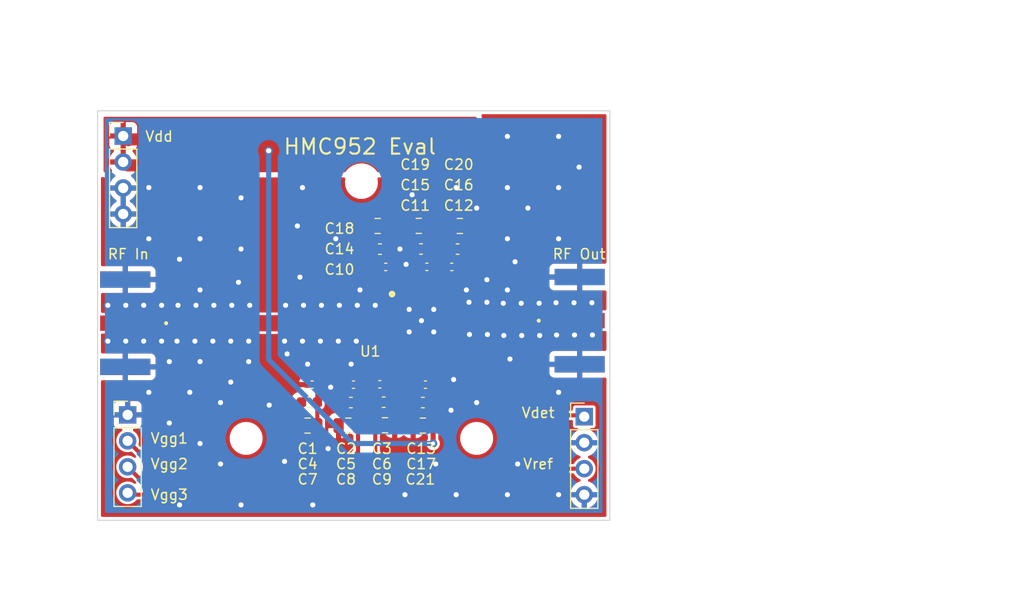
<source format=kicad_pcb>
(kicad_pcb (version 20211014) (generator pcbnew)
  (layers (0 "F.Cu" signal) (31 "B.Cu" signal) (34 "B.Paste" user) (35 "F.Paste" user) (36 "B.SilkS" user "B.Silkscreen") (37 "F.SilkS" user "F.Silkscreen") (38 "B.Mask" user) (39 "F.Mask" user) (44 "Edge.Cuts" user))
  (net 0 "")
  (net 1 "GND")
  (net 2 "/Vd_PA")
  (net 3 "/RF_out")
  (net 4 "/Vdet")
  (net 5 "/RF_In")
  (net 6 "/Vref")
  (net 7 "/Vg_PA1")
  (net 8 "/Vg_PA2")
  (net 9 "/Vg_PA3")
  (footprint "Capacitor_SMD:C_0603_1608Metric" (layer "F.Cu") (at 146.1375 86.01 180)
    (fp_text reference "C16" (at -0.1125 6.26) (layer "F.SilkS"))
    (fp_text value "10nF")
    (fp_line (start -0.14058 -0.51) (end 0.14058 -0.51) (layer "F.SilkS") (width 0.12))
    (fp_line (start -0.14058 0.51) (end 0.14058 0.51) (layer "F.SilkS") (width 0.12))
    (pad "1" smd roundrect (at -0.775 0 180) (size 0.9 0.95) (layers "F.Cu" "F.Paste" "F.Mask") (net 1 "GND"))
    (pad "2" smd roundrect (at 0.775 0 180) (size 0.9 0.95) (layers "F.Cu" "F.Paste" "F.Mask") (net 2 "/Vd_PA"))
  )
  (footprint "Capacitor_SMD:C_0402_1005Metric" (layer "F.Cu") (at 138.543 99.214 180)
    (fp_text reference "C3" (at -0.207 -6.286) (layer "F.SilkS"))
    (fp_text value "100pF")
    (fp_line (start -0.107836 -0.36) (end 0.107836 -0.36) (layer "F.SilkS") (width 0.12))
    (fp_line (start -0.107836 0.36) (end 0.107836 0.36) (layer "F.SilkS") (width 0.12))
    (pad "1" smd roundrect (at -0.48 0 180) (size 0.56 0.62) (layers "F.Cu" "F.Paste" "F.Mask") (net 1 "GND"))
    (pad "2" smd roundrect (at 0.48 0 180) (size 0.56 0.62) (layers "F.Cu" "F.Paste" "F.Mask") (net 9 "/Vg_PA3"))
  )
  (footprint "Capacitor_SMD:C_0805_2012Metric" (layer "F.Cu") (at 131.497 103.25)
    (fp_text reference "C7" (at 0.003 5.25) (layer "F.SilkS"))
    (fp_text value "4.7uF")
    (fp_line (start -0.261252 -0.735) (end 0.261252 -0.735) (layer "F.SilkS") (width 0.12))
    (fp_line (start -0.261252 0.735) (end 0.261252 0.735) (layer "F.SilkS") (width 0.12))
    (pad "1" smd roundrect (at -0.95 0) (size 1 1.45) (layers "F.Cu" "F.Paste" "F.Mask") (net 1 "GND"))
    (pad "2" smd roundrect (at 0.95 0) (size 1 1.45) (layers "F.Cu" "F.Paste" "F.Mask") (net 7 "/Vg_PA1"))
  )
  (footprint "Capacitor_SMD:C_0402_1005Metric" (layer "F.Cu") (at 131.939 99.25)
    (fp_text reference "C1" (at -0.439 6.25) (layer "F.SilkS"))
    (fp_text value "100pF")
    (fp_line (start -0.107836 0.36) (end 0.107836 0.36) (layer "F.SilkS") (width 0.12))
    (fp_line (start -0.107836 -0.36) (end 0.107836 -0.36) (layer "F.SilkS") (width 0.12))
    (pad "1" smd roundrect (at -0.48 0) (size 0.56 0.62) (layers "F.Cu" "F.Paste" "F.Mask") (net 1 "GND"))
    (pad "2" smd roundrect (at 0.48 0) (size 0.56 0.62) (layers "F.Cu" "F.Paste" "F.Mask") (net 7 "/Vg_PA1"))
  )
  (footprint "MountingHole:MountingHole_2.7mm_M2.5_ISO14580" (layer "F.Cu") (at 136.75 79.5)
    (fp_text reference "SCRW1" hide)
    (fp_text value "MountingHole_Pad")
    (pad "" np_thru_hole circle (at 0 0) (size 2.7 2.7) (drill 2.7) (layers *.Cu *.Mask))
  )
  (footprint "Capacitor_SMD:C_0603_1608Metric" (layer "F.Cu") (at 135.725 101)
    (fp_text reference "C5" (at -0.482252 6) (layer "F.SilkS"))
    (fp_text value "10nF")
    (fp_line (start -0.14058 -0.51) (end 0.14058 -0.51) (layer "F.SilkS") (width 0.12))
    (fp_line (start -0.14058 0.51) (end 0.14058 0.51) (layer "F.SilkS") (width 0.12))
    (pad "1" smd roundrect (at -0.775 0) (size 0.9 0.95) (layers "F.Cu" "F.Paste" "F.Mask") (net 1 "GND"))
    (pad "2" smd roundrect (at 0.775 0) (size 0.9 0.95) (layers "F.Cu" "F.Paste" "F.Mask") (net 8 "/Vg_PA2"))
  )
  (footprint "Capacitor_SMD:C_0805_2012Metric" (layer "F.Cu") (at 138.3375 83.75)
    (fp_text reference "C18" (at -3.725 0.25) (layer "F.SilkS"))
    (fp_text value "4.7uF")
    (fp_line (start -0.261252 0.735) (end 0.261252 0.735) (layer "F.SilkS") (width 0.12))
    (fp_line (start -0.261252 -0.735) (end 0.261252 -0.735) (layer "F.SilkS") (width 0.12))
    (pad "1" smd roundrect (at -0.95 0) (size 1 1.45) (layers "F.Cu" "F.Paste" "F.Mask") (net 1 "GND"))
    (pad "2" smd roundrect (at 0.95 0) (size 1 1.45) (layers "F.Cu" "F.Paste" "F.Mask") (net 2 "/Vd_PA"))
  )
  (footprint "MountingHole:MountingHole_2.7mm_M2.5_ISO14580" (layer "F.Cu") (at 125.5 104.5)
    (fp_text reference "SCRW2" hide)
    (fp_text value "MountingHole_Pad")
    (pad "" np_thru_hole circle (at 0 0) (size 2.7 2.7) (drill 2.7) (layers *.Cu *.Mask))
  )
  (footprint "GGS_Connectors:LINX_CONSMA020.062-G" (layer "F.Cu") (at 160.5 93 90)
    (fp_text reference "J2" hide)
    (fp_text value "SMA")
    (fp_circle (center 0 -6.44) (end 0.1 -6.44) (layer "F.SilkS") (width 0.2) (fill none))
    (pad "1" smd rect (at 0 -2.8 90) (size 1.5 5.6) (layers "F.Cu" "F.Paste" "F.Mask") (net 3 "/RF_out"))
    (pad "S1" smd rect (at -4.26 -2.45 90) (size 1.6 4.9) (layers "F.Cu" "F.Paste" "F.Mask") (net 1 "GND"))
    (pad "S2" smd rect (at 4.26 -2.45 90) (size 1.6 4.9) (layers "F.Cu" "F.Paste" "F.Mask") (net 1 "GND"))
    (pad "S3" smd rect (at -4.26 -2.45 90) (size 1.6 4.9) (layers "B.Cu" "B.Paste" "B.Mask") (net 1 "GND"))
    (pad "S4" smd rect (at 4.26 -2.45 90) (size 1.6 4.9) (layers "B.Cu" "B.Paste" "B.Mask") (net 1 "GND"))
  )
  (footprint "Capacitor_SMD:C_0402_1005Metric" (layer "F.Cu") (at 139.1275 87.75)
    (fp_text reference "C10" (at -4.515 0.25) (layer "F.SilkS"))
    (fp_text value "100pF")
    (fp_line (start -0.107836 -0.36) (end 0.107836 -0.36) (layer "F.SilkS") (width 0.12))
    (fp_line (start -0.107836 0.36) (end 0.107836 0.36) (layer "F.SilkS") (width 0.12))
    (pad "1" smd roundrect (at -0.48 0) (size 0.56 0.62) (layers "F.Cu" "F.Paste" "F.Mask") (net 1 "GND"))
    (pad "2" smd roundrect (at 0.48 0) (size 0.56 0.62) (layers "F.Cu" "F.Paste" "F.Mask") (net 2 "/Vd_PA"))
  )
  (footprint "Connector_PinHeader_2.54mm:PinHeader_1x04_P2.54mm_Vertical" (layer "F.Cu") (at 113.5 74.96)
    (fp_text reference "J3" hide)
    (fp_text value "Conn_01x04")
    (fp_line (start -1.33 -1.33) (end 0 -1.33) (layer "F.SilkS") (width 0.12))
    (fp_line (start -1.33 1.27) (end 1.33 1.27) (layer "F.SilkS") (width 0.12))
    (fp_line (start -1.33 0) (end -1.33 -1.33) (layer "F.SilkS") (width 0.12))
    (fp_line (start 1.33 1.27) (end 1.33 8.95) (layer "F.SilkS") (width 0.12))
    (fp_line (start -1.33 8.95) (end 1.33 8.95) (layer "F.SilkS") (width 0.12))
    (fp_line (start -1.33 1.27) (end -1.33 8.95) (layer "F.SilkS") (width 0.12))
    (pad "1" thru_hole rect (at 0 0) (size 1.7 1.7) (drill 1) (layers *.Cu *.Mask) (net 2 "/Vd_PA"))
    (pad "2" thru_hole oval (at 0 2.54) (size 1.7 1.7) (drill 1) (layers *.Cu *.Mask) (net 2 "/Vd_PA"))
    (pad "3" thru_hole oval (at 0 5.08) (size 1.7 1.7) (drill 1) (layers *.Cu *.Mask) (net 1 "GND"))
    (pad "4" thru_hole oval (at 0 7.62) (size 1.7 1.7) (drill 1) (layers *.Cu *.Mask) (net 1 "GND"))
  )
  (footprint "GGS_Connectors:LINX_CONSMA020.062-G" (layer "F.Cu") (at 111.25 93.25 -90)
    (fp_text reference "J1" hide)
    (fp_text value "SMA")
    (fp_circle (center 0 -6.44) (end 0.1 -6.44) (layer "F.SilkS") (width 0.2) (fill none))
    (pad "1" smd rect (at 0 -2.8 270) (size 1.5 5.6) (layers "F.Cu" "F.Paste" "F.Mask") (net 5 "/RF_In"))
    (pad "S1" smd rect (at -4.26 -2.45 270) (size 1.6 4.9) (layers "F.Cu" "F.Paste" "F.Mask") (net 1 "GND"))
    (pad "S2" smd rect (at 4.26 -2.45 270) (size 1.6 4.9) (layers "F.Cu" "F.Paste" "F.Mask") (net 1 "GND"))
    (pad "S3" smd rect (at -4.26 -2.45 270) (size 1.6 4.9) (layers "B.Cu" "B.Paste" "B.Mask") (net 1 "GND"))
    (pad "S4" smd rect (at 4.26 -2.45 270) (size 1.6 4.9) (layers "B.Cu" "B.Paste" "B.Mask") (net 1 "GND"))
  )
  (footprint "Connector_PinHeader_2.54mm:PinHeader_1x04_P2.54mm_Vertical" (layer "F.Cu") (at 113.9325 102.2)
    (fp_text reference "J4" hide)
    (fp_text value "Conn_01x04")
    (fp_line (start -1.33 0) (end -1.33 -1.33) (layer "F.SilkS") (width 0.12))
    (fp_line (start 1.33 1.27) (end 1.33 8.95) (layer "F.SilkS") (width 0.12))
    (fp_line (start -1.33 -1.33) (end 0 -1.33) (layer "F.SilkS") (width 0.12))
    (fp_line (start -1.33 8.95) (end 1.33 8.95) (layer "F.SilkS") (width 0.12))
    (fp_line (start -1.33 1.27) (end 1.33 1.27) (layer "F.SilkS") (width 0.12))
    (fp_line (start -1.33 1.27) (end -1.33 8.95) (layer "F.SilkS") (width 0.12))
    (pad "1" thru_hole rect (at 0 0) (size 1.7 1.7) (drill 1) (layers *.Cu *.Mask) (net 1 "GND"))
    (pad "2" thru_hole oval (at 0 2.54) (size 1.7 1.7) (drill 1) (layers *.Cu *.Mask) (net 7 "/Vg_PA1"))
    (pad "3" thru_hole oval (at 0 5.08) (size 1.7 1.7) (drill 1) (layers *.Cu *.Mask) (net 8 "/Vg_PA2"))
    (pad "4" thru_hole oval (at 0 7.62) (size 1.7 1.7) (drill 1) (layers *.Cu *.Mask) (net 9 "/Vg_PA3"))
  )
  (footprint "Capacitor_SMD:C_0805_2012Metric" (layer "F.Cu") (at 142.3475 83.74)
    (fp_text reference "C19" (at -0.3475 -5.99) (layer "F.SilkS"))
    (fp_text value "4.7uF")
    (fp_line (start -0.261252 -0.735) (end 0.261252 -0.735) (layer "F.SilkS") (width 0.12))
    (fp_line (start -0.261252 0.735) (end 0.261252 0.735) (layer "F.SilkS") (width 0.12))
    (pad "1" smd roundrect (at -0.95 0) (size 1 1.45) (layers "F.Cu" "F.Paste" "F.Mask") (net 1 "GND"))
    (pad "2" smd roundrect (at 0.95 0) (size 1 1.45) (layers "F.Cu" "F.Paste" "F.Mask") (net 2 "/Vd_PA"))
  )
  (footprint "Capacitor_SMD:C_0402_1005Metric" (layer "F.Cu") (at 143.1375 87.74)
    (fp_text reference "C11" (at -1.1375 -5.99) (layer "F.SilkS"))
    (fp_text value "100pF")
    (fp_line (start -0.107836 -0.36) (end 0.107836 -0.36) (layer "F.SilkS") (width 0.12))
    (fp_line (start -0.107836 0.36) (end 0.107836 0.36) (layer "F.SilkS") (width 0.12))
    (pad "1" smd roundrect (at -0.48 0) (size 0.56 0.62) (layers "F.Cu" "F.Paste" "F.Mask") (net 1 "GND"))
    (pad "2" smd roundrect (at 0.48 0) (size 0.56 0.62) (layers "F.Cu" "F.Paste" "F.Mask") (net 2 "/Vd_PA"))
  )
  (footprint "Capacitor_SMD:C_0805_2012Metric" (layer "F.Cu") (at 142.75 103.25)
    (fp_text reference "C21" (at -0.25 5.25) (layer "F.SilkS"))
    (fp_text value "4.7uF")
    (fp_line (start -0.261252 0.735) (end 0.261252 0.735) (layer "F.SilkS") (width 0.12))
    (fp_line (start -0.261252 -0.735) (end 0.261252 -0.735) (layer "F.SilkS") (width 0.12))
    (pad "1" smd roundrect (at -0.95 0) (size 1 1.45) (layers "F.Cu" "F.Paste" "F.Mask") (net 1 "GND"))
    (pad "2" smd roundrect (at 0.95 0) (size 1 1.45) (layers "F.Cu" "F.Paste" "F.Mask") (net 2 "/Vd_PA"))
  )
  (footprint "MountingHole:MountingHole_2.7mm_M2.5_ISO14580" (layer "F.Cu") (at 148 104.5)
    (fp_text reference "SCRW3" hide)
    (fp_text value "MountingHole_Pad")
    (pad "" np_thru_hole circle (at 0 0) (size 2.7 2.7) (drill 2.7) (layers *.Cu *.Mask))
  )
  (footprint "Capacitor_SMD:C_0603_1608Metric" (layer "F.Cu") (at 131.685 100.964)
    (fp_text reference "C4" (at -0.185 6.036) (layer "F.SilkS"))
    (fp_text value "10nF")
    (fp_line (start -0.14058 -0.51) (end 0.14058 -0.51) (layer "F.SilkS") (width 0.12))
    (fp_line (start -0.14058 0.51) (end 0.14058 0.51) (layer "F.SilkS") (width 0.12))
    (pad "1" smd roundrect (at -0.775 0) (size 0.9 0.95) (layers "F.Cu" "F.Paste" "F.Mask") (net 1 "GND"))
    (pad "2" smd roundrect (at 0.775 0) (size 0.9 0.95) (layers "F.Cu" "F.Paste" "F.Mask") (net 7 "/Vg_PA1"))
  )
  (footprint "Connector_PinHeader_2.54mm:PinHeader_1x04_P2.54mm_Vertical" (layer "F.Cu") (at 158.5 102.38)
    (fp_text reference "J5" hide)
    (fp_text value "Conn_01x04")
    (fp_line (start -1.33 8.95) (end 1.33 8.95) (layer "F.SilkS") (width 0.12))
    (fp_line (start -1.33 0) (end -1.33 -1.33) (layer "F.SilkS") (width 0.12))
    (fp_line (start -1.33 -1.33) (end 0 -1.33) (layer "F.SilkS") (width 0.12))
    (fp_line (start -1.33 1.27) (end 1.33 1.27) (layer "F.SilkS") (width 0.12))
    (fp_line (start -1.33 1.27) (end -1.33 8.95) (layer "F.SilkS") (width 0.12))
    (fp_line (start 1.33 1.27) (end 1.33 8.95) (layer "F.SilkS") (width 0.12))
    (pad "1" thru_hole rect (at 0 0) (size 1.7 1.7) (drill 1) (layers *.Cu *.Mask) (net 4 "/Vdet"))
    (pad "2" thru_hole oval (at 0 2.54) (size 1.7 1.7) (drill 1) (layers *.Cu *.Mask) (net 1 "GND"))
    (pad "3" thru_hole oval (at 0 5.08) (size 1.7 1.7) (drill 1) (layers *.Cu *.Mask) (net 6 "/Vref"))
    (pad "4" thru_hole oval (at 0 7.62) (size 1.7 1.7) (drill 1) (layers *.Cu *.Mask) (net 1 "GND"))
  )
  (footprint "Capacitor_SMD:C_0603_1608Metric" (layer "F.Cu") (at 142.5675 86)
    (fp_text reference "C15" (at -0.5675 -6.25) (layer "F.SilkS"))
    (fp_text value "10nF")
    (fp_line (start -0.14058 -0.51) (end 0.14058 -0.51) (layer "F.SilkS") (width 0.12))
    (fp_line (start -0.14058 0.51) (end 0.14058 0.51) (layer "F.SilkS") (width 0.12))
    (pad "1" smd roundrect (at -0.775 0) (size 0.9 0.95) (layers "F.Cu" "F.Paste" "F.Mask") (net 1 "GND"))
    (pad "2" smd roundrect (at 0.775 0) (size 0.9 0.95) (layers "F.Cu" "F.Paste" "F.Mask") (net 2 "/Vd_PA"))
  )
  (footprint "Capacitor_SMD:C_0805_2012Metric" (layer "F.Cu") (at 146.3575 83.75 180)
    (fp_text reference "C20" (at 0.1075 6) (layer "F.SilkS"))
    (fp_text value "4.7uF")
    (fp_line (start -0.261252 -0.735) (end 0.261252 -0.735) (layer "F.SilkS") (width 0.12))
    (fp_line (start -0.261252 0.735) (end 0.261252 0.735) (layer "F.SilkS") (width 0.12))
    (pad "1" smd roundrect (at -0.95 0 180) (size 1 1.45) (layers "F.Cu" "F.Paste" "F.Mask") (net 1 "GND"))
    (pad "2" smd roundrect (at 0.95 0 180) (size 1 1.45) (layers "F.Cu" "F.Paste" "F.Mask") (net 2 "/Vd_PA"))
  )
  (footprint "SamacSys_Footprints:QFN65P500X500X100-25N-D" (layer "F.Cu") (at 142.6125 93)
    (fp_text reference "U1" (at -5 3) (layer "F.SilkS"))
    (fp_text value "HMC952ALP5GE" hide)
    (fp_circle (center -2.8745 -2.6) (end -2.8745 -2.4375) (layer "F.SilkS") (width 0.325) (fill none))
    (pad "1" smd rect locked (at -2.45 -1.625 90) (size 0.35 0.85) (layers "F.Cu" "F.Paste" "F.Mask") (net 1 "GND"))
    (pad "2" smd rect locked (at -2.45 -0.975 90) (size 0.35 0.85) (layers "F.Cu" "F.Paste" "F.Mask") (net 1 "GND"))
    (pad "3" smd rect locked (at -2.45 -0.325 90) (size 0.35 0.85) (layers "F.Cu" "F.Paste" "F.Mask") (net 1 "GND"))
    (pad "4" smd rect locked (at -2.45 0.325 90) (size 0.35 0.85) (layers "F.Cu" "F.Paste" "F.Mask") (net 5 "/RF_In"))
    (pad "5" smd rect locked (at -2.45 0.975 90) (size 0.35 0.85) (layers "F.Cu" "F.Paste" "F.Mask") (net 1 "GND"))
    (pad "6" smd rect locked (at -2.45 1.625 90) (size 0.35 0.85) (layers "F.Cu" "F.Paste" "F.Mask") (net 7 "/Vg_PA1"))
    (pad "7" smd rect locked (at -1.625 2.45) (size 0.35 0.85) (layers "F.Cu" "F.Paste" "F.Mask") (net 8 "/Vg_PA2"))
    (pad "8" smd rect locked (at -0.975 2.45) (size 0.35 0.85) (layers "F.Cu" "F.Paste" "F.Mask") (net 9 "/Vg_PA3"))
    (pad "9" smd rect locked (at -0.325 2.45) (size 0.35 0.85) (layers "F.Cu" "F.Paste" "F.Mask") (net 1 "GND"))
    (pad "10" smd rect locked (at 0.325 2.45) (size 0.35 0.85) (layers "F.Cu" "F.Paste" "F.Mask") (net 1 "GND"))
    (pad "11" smd rect locked (at 0.975 2.45) (size 0.35 0.85) (layers "F.Cu" "F.Paste" "F.Mask") (net 2 "/Vd_PA"))
    (pad "12" smd rect locked (at 1.625 2.45) (size 0.35 0.85) (layers "F.Cu" "F.Paste" "F.Mask") (net 6 "/Vref"))
    (pad "13" smd rect locked (at 2.45 1.625 90) (size 0.35 0.85) (layers "F.Cu" "F.Paste" "F.Mask") (net 4 "/Vdet"))
    (pad "14" smd rect locked (at 2.45 0.975 90) (size 0.35 0.85) (layers "F.Cu" "F.Paste" "F.Mask") (net 1 "GND"))
    (pad "15" smd rect locked (at 2.45 0.325 90) (size 0.35 0.85) (layers "F.Cu" "F.Paste" "F.Mask") (net 1 "GND"))
    (pad "16" smd rect locked (at 2.45 -0.325 90) (size 0.35 0.85) (layers "F.Cu" "F.Paste" "F.Mask") (net 3 "/RF_out"))
    (pad "17" smd rect locked (at 2.45 -0.975 90) (size 0.35 0.85) (layers "F.Cu" "F.Paste" "F.Mask") (net 1 "GND"))
    (pad "18" smd rect locked (at 2.45 -1.625 90) (size 0.35 0.85) (layers "F.Cu" "F.Paste" "F.Mask") (net 1 "GND"))
    (pad "19" smd rect locked (at 1.625 -2.45) (size 0.35 0.85) (layers "F.Cu" "F.Paste" "F.Mask") (net 1 "GND"))
    (pad "20" smd rect locked (at 0.975 -2.45) (size 0.35 0.85) (layers "F.Cu" "F.Paste" "F.Mask") (net 2 "/Vd_PA"))
    (pad "21" smd rect locked (at 0.325 -2.45) (size 0.35 0.85) (layers "F.Cu" "F.Paste" "F.Mask") (net 2 "/Vd_PA"))
    (pad "22" smd rect locked (at -0.325 -2.45) (size 0.35 0.85) (layers "F.Cu" "F.Paste" "F.Mask") (net 2 "/Vd_PA"))
    (pad "23" smd rect locked (at -0.975 -2.45) (size 0.35 0.85) (layers "F.Cu" "F.Paste" "F.Mask") (net 1 "GND"))
    (pad "24" smd rect locked (at -1.625 -2.45) (size 0.35 0.85) (layers "F.Cu" "F.Paste" "F.Mask") (net 1 "GND"))
    (pad "25" smd rect locked (at 0 0) (size 3.25 3.25) (layers "F.Cu" "F.Paste" "F.Mask") (net 1 "GND"))
  )
  (footprint "Capacitor_SMD:C_0603_1608Metric" (layer "F.Cu") (at 138.924 100.964 180)
    (fp_text reference "C6" (at 0.174 -6.036) (layer "F.SilkS"))
    (fp_text value "10nF")
    (fp_line (start -0.14058 0.51) (end 0.14058 0.51) (layer "F.SilkS") (width 0.12))
    (fp_line (start -0.14058 -0.51) (end 0.14058 -0.51) (layer "F.SilkS") (width 0.12))
    (pad "1" smd roundrect (at -0.775 0 180) (size 0.9 0.95) (layers "F.Cu" "F.Paste" "F.Mask") (net 1 "GND"))
    (pad "2" smd roundrect (at 0.775 0 180) (size 0.9 0.95) (layers "F.Cu" "F.Paste" "F.Mask") (net 9 "/Vg_PA3"))
  )
  (footprint "Capacitor_SMD:C_0805_2012Metric" (layer "F.Cu") (at 135.475 103.25)
    (fp_text reference "C8" (at -0.232252 5.25) (layer "F.SilkS"))
    (fp_text value "4.7uF")
    (fp_line (start -0.261252 0.735) (end 0.261252 0.735) (layer "F.SilkS") (width 0.12))
    (fp_line (start -0.261252 -0.735) (end 0.261252 -0.735) (layer "F.SilkS") (width 0.12))
    (pad "1" smd roundrect (at -0.95 0) (size 1 1.45) (layers "F.Cu" "F.Paste" "F.Mask") (net 1 "GND"))
    (pad "2" smd roundrect (at 0.95 0) (size 1 1.45) (layers "F.Cu" "F.Paste" "F.Mask") (net 8 "/Vg_PA2"))
  )
  (footprint "Capacitor_SMD:C_0402_1005Metric" (layer "F.Cu") (at 135.975 99.25)
    (fp_text reference "C2" (at -0.725 6.25) (layer "F.SilkS"))
    (fp_text value "100pF")
    (fp_line (start -0.107836 -0.36) (end 0.107836 -0.36) (layer "F.SilkS") (width 0.12))
    (fp_line (start -0.107836 0.36) (end 0.107836 0.36) (layer "F.SilkS") (width 0.12))
    (pad "1" smd roundrect (at -0.48 0) (size 0.56 0.62) (layers "F.Cu" "F.Paste" "F.Mask") (net 1 "GND"))
    (pad "2" smd roundrect (at 0.48 0) (size 0.56 0.62) (layers "F.Cu" "F.Paste" "F.Mask") (net 8 "/Vg_PA2"))
  )
  (footprint "Capacitor_SMD:C_0402_1005Metric" (layer "F.Cu") (at 143 99.25)
    (fp_text reference "C13" (at -0.422 6.25) (layer "F.SilkS"))
    (fp_text value "100pF")
    (fp_line (start -0.107836 0.36) (end 0.107836 0.36) (layer "F.SilkS") (width 0.12))
    (fp_line (start -0.107836 -0.36) (end 0.107836 -0.36) (layer "F.SilkS") (width 0.12))
    (pad "1" smd roundrect (at -0.48 0) (size 0.56 0.62) (layers "F.Cu" "F.Paste" "F.Mask") (net 1 "GND"))
    (pad "2" smd roundrect (at 0.48 0) (size 0.56 0.62) (layers "F.Cu" "F.Paste" "F.Mask") (net 2 "/Vd_PA"))
  )
  (footprint "Capacitor_SMD:C_0402_1005Metric" (layer "F.Cu") (at 145.5675 87.75 180)
    (fp_text reference "C12" (at -0.6825 6) (layer "F.SilkS"))
    (fp_text value "100pF")
    (fp_line (start -0.107836 -0.36) (end 0.107836 -0.36) (layer "F.SilkS") (width 0.12))
    (fp_line (start -0.107836 0.36) (end 0.107836 0.36) (layer "F.SilkS") (width 0.12))
    (pad "1" smd roundrect (at -0.48 0 180) (size 0.56 0.62) (layers "F.Cu" "F.Paste" "F.Mask") (net 1 "GND"))
    (pad "2" smd roundrect (at 0.48 0 180) (size 0.56 0.62) (layers "F.Cu" "F.Paste" "F.Mask") (net 2 "/Vd_PA"))
  )
  (footprint "Capacitor_SMD:C_0603_1608Metric" (layer "F.Cu") (at 142.75 101)
    (fp_text reference "C17" (at -0.172 6) (layer "F.SilkS"))
    (fp_text value "10nF")
    (fp_line (start -0.14058 0.51) (end 0.14058 0.51) (layer "F.SilkS") (width 0.12))
    (fp_line (start -0.14058 -0.51) (end 0.14058 -0.51) (layer "F.SilkS") (width 0.12))
    (pad "1" smd roundrect (at -0.775 0) (size 0.9 0.95) (layers "F.Cu" "F.Paste" "F.Mask") (net 1 "GND"))
    (pad "2" smd roundrect (at 0.775 0) (size 0.9 0.95) (layers "F.Cu" "F.Paste" "F.Mask") (net 2 "/Vd_PA"))
  )
  (footprint "Capacitor_SMD:C_0603_1608Metric" (layer "F.Cu") (at 138.5575 86.01)
    (fp_text reference "C14" (at -3.945 -0.01) (layer "F.SilkS"))
    (fp_text value "10nF")
    (fp_line (start -0.14058 0.51) (end 0.14058 0.51) (layer "F.SilkS") (width 0.12))
    (fp_line (start -0.14058 -0.51) (end 0.14058 -0.51) (layer "F.SilkS") (width 0.12))
    (pad "1" smd roundrect (at -0.775 0) (size 0.9 0.95) (layers "F.Cu" "F.Paste" "F.Mask") (net 1 "GND"))
    (pad "2" smd roundrect (at 0.775 0) (size 0.9 0.95) (layers "F.Cu" "F.Paste" "F.Mask") (net 2 "/Vd_PA"))
  )
  (footprint "Capacitor_SMD:C_0805_2012Metric" (layer "F.Cu") (at 139.051 103.214 180)
    (fp_text reference "C9" (at 0.301 -5.286) (layer "F.SilkS"))
    (fp_text value "4.7uF")
    (fp_line (start -0.261252 0.735) (end 0.261252 0.735) (layer "F.SilkS") (width 0.12))
    (fp_line (start -0.261252 -0.735) (end 0.261252 -0.735) (layer "F.SilkS") (width 0.12))
    (pad "1" smd roundrect (at -0.95 0 180) (size 1 1.45) (layers "F.Cu" "F.Paste" "F.Mask") (net 1 "GND"))
    (pad "2" smd roundrect (at 0.95 0 180) (size 1 1.45) (layers "F.Cu" "F.Paste" "F.Mask") (net 9 "/Vg_PA3"))
  )
  (gr_rect (start 111 112.5) (end 161 72.5) (layer "Edge.Cuts") (width 0.1) (fill none))
  (gr_text "RF In" (at 114 86.5) (layer "F.SilkS") (effects (font (size 1 1))))
  (gr_text "HMC952 Eval" (at 136.6 76) (layer "F.SilkS") (effects (font (size 1.5 1.5) (thickness 0.2))))
  (gr_text "Vgg2" (at 118 107) (layer "F.SilkS") (effects (font (size 1 1))))
  (gr_text "Vdd" (at 117 75) (layer "F.SilkS") (effects (font (size 1 1))))
  (gr_text "Vgg1" (at 118 104.5) (layer "F.SilkS") (effects (font (size 1 1))))
  (gr_text "Vref" (at 154 107) (layer "F.SilkS") (effects (font (size 1 1))))
  (gr_text "Vgg3" (at 118 110) (layer "F.SilkS") (effects (font (size 1 1))))
  (gr_text "RF Out" (at 158 86.5) (layer "F.SilkS") (effects (font (size 1 1))))
  (gr_text "Vdet" (at 154 102) (layer "F.SilkS") (effects (font (size 1 1))))
  (segment (start 143.5875 93.975) (end 142.6125 93) (width 0.25) (layer "F.Cu") (net 1))
  (segment (start 145.0625 92.025) (end 143.5875 92.025) (width 0.25) (layer "F.Cu") (net 1))
  (segment (start 143.5875 92.025) (end 142.6125 93) (width 0.25) (layer "F.Cu") (net 1))
  (segment (start 142.2875 92.675) (end 142.6125 93) (width 0.25) (layer "F.Cu") (net 1))
  (segment (start 141.6375 92.025) (end 142.6125 93) (width 0.25) (layer "F.Cu") (net 1))
  (segment (start 142.2875 95.45) (end 142.2875 93.325) (width 0.25) (layer "F.Cu") (net 1))
  (segment (start 140.1625 92.025) (end 141.6375 92.025) (width 0.25) (layer "F.Cu") (net 1))
  (segment (start 140.1625 91.375) (end 140.9875 91.375) (width 0.25) (layer "F.Cu") (net 1))
  (segment (start 140.1625 92.675) (end 142.2875 92.675) (width 0.25) (layer "F.Cu") (net 1))
  (segment (start 141.6375 93.975) (end 142.6125 93) (width 0.25) (layer "F.Cu") (net 1))
  (segment (start 140.9875 91.375) (end 142.6125 93) (width 0.25) (layer "F.Cu") (net 1))
  (segment (start 142.9375 95.45) (end 142.9375 93.325) (width 0.25) (layer "F.Cu") (net 1))
  (segment (start 140.1625 93.975) (end 141.6375 93.975) (width 0.25) (layer "F.Cu") (net 1))
  (segment (start 141.6375 90.55) (end 141.6375 92.025) (width 0.25) (layer "F.Cu") (net 1))
  (segment (start 144.2375 90.55) (end 144.2375 91.375) (width 0.25) (layer "F.Cu") (net 1))
  (segment (start 145.0625 93.325) (end 142.9375 93.325) (width 0.25) (layer "F.Cu") (net 1))
  (segment (start 144.2375 91.375) (end 142.6125 93) (width 0.25) (layer "F.Cu") (net 1))
  (segment (start 142.2875 93.325) (end 142.6125 93) (width 0.25) (layer "F.Cu") (net 1))
  (segment (start 145.0625 93.975) (end 143.5875 93.975) (width 0.25) (layer "F.Cu") (net 1))
  (segment (start 142.9375 93.325) (end 142.6125 93) (width 0.25) (layer "F.Cu") (net 1))
  (segment (start 140.9875 90.55) (end 140.9875 91.375) (width 0.25) (layer "F.Cu") (net 1))
  (segment (start 145.0625 91.375) (end 144.2375 91.375) (width 0.25) (layer "F.Cu") (net 1))
  (via (at 151 80) (size 0.8) (drill 0.5) (layers "F.Cu" "B.Cu") (net 1))
  (via (at 130.5 83.75) (size 0.8) (drill 0.5) (layers "F.Cu" "B.Cu") (net 1))
  (via (at 131.1 91.5) (size 0.8) (drill 0.5) (layers "F.Cu" "B.Cu") (net 1))
  (via (at 117.25 95) (size 0.8) (drill 0.5) (layers "F.Cu" "B.Cu") (net 1))
  (via (at 116 80) (size 0.8) (drill 0.5) (layers "F.Cu" "B.Cu") (net 1))
  (via (at 120.5 95) (size 0.8) (drill 0.5) (layers "F.Cu" "B.Cu") (net 1))
  (via (at 121 85) (size 0.8) (drill 0.5) (layers "F.Cu" "B.Cu") (net 1))
  (via (at 123 107) (size 0.8) (drill 0.5) (layers "F.Cu" "B.Cu") (net 1))
  (via (at 132.85 91.5) (size 0.8) (drill 0.5) (layers "F.Cu" "B.Cu") (net 1))
  (via (at 142.6125 93) (size 0.8) (drill 0.5) (layers "F.Cu" "B.Cu") (net 1))
  (via (at 154.1 91.3) (size 0.8) (drill 0.5) (layers "F.Cu" "B.Cu") (net 1))
  (via (at 147 90) (size 0.8) (drill 0.5) (layers "F.Cu" "B.Cu") (net 1))
  (via (at 148 82) (size 0.8) (drill 0.5) (layers "F.Cu" "B.Cu") (net 1))
  (via (at 159.25 91.25) (size 0.8) (drill 0.5) (layers "F.Cu" "B.Cu") (net 1))
  (via (at 118 103) (size 0.8) (drill 0.5) (layers "F.Cu" "B.Cu") (net 1))
  (via (at 129.25 106.75) (size 0.8) (drill 0.5) (layers "F.Cu" "B.Cu") (net 1))
  (via (at 136.25 95) (size 0.8) (drill 0.5) (layers "F.Cu" "B.Cu") (net 1))
  (via (at 122.25 95) (size 0.8) (drill 0.5) (layers "F.Cu" "B.Cu") (net 1))
  (via (at 141 110) (size 0.8) (drill 0.5) (layers "F.Cu" "B.Cu") (net 1))
  (via (at 125 81) (size 0.8) (drill 0.5) (layers "F.Cu" "B.Cu") (net 1))
  (via (at 131 95) (size 0.8) (drill 0.5) (layers "F.Cu" "B.Cu") (net 1))
  (via (at 118 97) (size 0.8) (drill 0.5) (layers "F.Cu" "B.Cu") (net 1))
  (via (at 152.35 91.3) (size 0.8) (drill 0.5) (layers "F.Cu" "B.Cu") (net 1))
  (via (at 115.5 91.5) (size 0.8) (drill 0.5) (layers "F.Cu" "B.Cu") (net 1))
  (via (at 119 111) (size 0.8) (drill 0.5) (layers "F.Cu" "B.Cu") (net 1))
  (via (at 152 107) (size 0.8) (drill 0.5) (layers "F.Cu" "B.Cu") (net 1))
  (via (at 123 101) (size 0.8) (drill 0.5) (layers "F.Cu" "B.Cu") (net 1))
  (via (at 157.5 91.25) (size 0.8) (drill 0.5) (layers "F.Cu" "B.Cu") (net 1))
  (via (at 125.75 97) (size 0.8) (drill 0.5) (layers "F.Cu" "B.Cu") (net 1))
  (via (at 151 75) (size 0.8) (drill 0.5) (layers "F.Cu" "B.Cu") (net 1))
  (via (at 152.4 94.45) (size 0.8) (drill 0.5) (layers "F.Cu" "B.Cu") (net 1))
  (via (at 156 75) (size 0.8) (drill 0.5) (layers "F.Cu" "B.Cu") (net 1))
  (via (at 140.5125 86) (size 0.8) (drill 0.5) (layers "F.Cu" "B.Cu") (net 1))
  (via (at 121 105) (size 0.8) (drill 0.5) (layers "F.Cu" "B.Cu") (net 1))
  (via (at 141.4125 94.1) (size 0.8) (drill 0.5) (layers "F.Cu" "B.Cu") (net 1))
  (via (at 121 80) (size 0.8) (drill 0.5) (layers "F.Cu" "B.Cu") (net 1))
  (via (at 112 95) (size 0.8) (drill 0.5) (layers "F.Cu" "B.Cu") (net 1))
  (via (at 156 100) (size 0.8) (drill 0.5) (layers "F.Cu" "B.Cu") (net 1))
  (via (at 113.75 95) (size 0.8) (drill 0.5) (layers "F.Cu" "B.Cu") (net 1))
  (via (at 124 99) (size 0.8) (drill 0.5) (layers "F.Cu" "B.Cu") (net 1))
  (via (at 130.75 88.75) (size 0.8) (drill 0.5) (layers "F.Cu" "B.Cu") (net 1))
  (via (at 125.85 91.5) (size 0.8) (drill 0.5) (layers "F.Cu" "B.Cu") (net 1))
  (via (at 147.3 94.35) (size 0.8) (drill 0.5) (layers "F.Cu" "B.Cu") (net 1))
  (via (at 124.1 91.5) (size 0.8) (drill 0.5) (layers "F.Cu" "B.Cu") (net 1))
  (via (at 135.75 97.25) (size 0.8) (drill 0.5) (layers "F.Cu" "B.Cu") (net 1))
  (via (at 136.6125 90) (size 0.8) (drill 0.5) (layers "F.Cu" "B.Cu") (net 1))
  (via (at 151.75 87.25) (size 0.8) (drill 0.5) (layers "F.Cu" "B.Cu") (net 1))
  (via (at 149 89) (size 0.8) (drill 0.5) (layers "F.Cu" "B.Cu") (net 1))
  (via (at 120 100) (size 0.8) (drill 0.5) (layers "F.Cu" "B.Cu") (net 1))
  (via (at 150.65 94.45) (size 0.8) (drill 0.5) (layers "F.Cu" "B.Cu") (net 1))
  (via (at 132.75 95) (size 0.8) (drill 0.5) (layers "F.Cu" "B.Cu") (net 1))
  (via (at 143.8125 94.1) (size 0.8) (drill 0.5) (layers "F.Cu" "B.Cu") (net 1))
  (via (at 151 85) (size 0.8) (drill 0.5) (layers "F.Cu" "B.Cu") (net 1))
  (via (at 129.35 91.5) (size 0.8) (drill 0.5) (layers "F.Cu" "B.Cu") (net 1))
  (via (at 156 110) (size 0.8) (drill 0.5) (layers "F.Cu" "B.Cu") (net 1))
  (via (at 159.3 94.4) (size 0.8) (drill 0.5) (layers "F.Cu" "B.Cu") (net 1))
  (via (at 132 111) (size 0.8) (drill 0.5) (layers "F.Cu" "B.Cu") (net 1))
  (via (at 147.25 91.2) (size 0.8) (drill 0.5) (layers "F.Cu" "B.Cu") (net 1))
  (via (at 124 95) (size 0.8) (drill 0.5) (layers "F.Cu" "B.Cu") (net 1))
  (via (at 157.55 94.4) (size 0.8) (drill 0.5) (layers "F.Cu" "B.Cu") (net 1))
  (via (at 146 80) (size 0.8) (drill 0.5) (layers "F.Cu" "B.Cu") (net 1))
  (via (at 133.5 105.5) (size 0.8) (drill 0.5) (layers "F.Cu" "B.Cu") (net 1))
  (via (at 154.15 94.45) (size 0.8) (drill 0.5) (layers "F.Cu" "B.Cu") (net 1))
  (via (at 134.25 85) (size 0.8) (drill 0.5) (layers "F.Cu" "B.Cu") (net 1))
  (via (at 151.25 96.75) (size 0.8) (drill 0.5) (layers "F.Cu" "B.Cu") (net 1))
  (via (at 118.85 91.5) (size 0.8) (drill 0.5) (layers "F.Cu" "B.Cu") (net 1))
  (via (at 125 111) (size 0.8) (drill 0.5) (layers "F.Cu" "B.Cu") (net 1))
  (via (at 148 101) (size 0.8) (drill 0.5) (layers "F.Cu" "B.Cu") (net 1))
  (via (at 145.75 98.75) (size 0.8) (drill 0.5) (layers "F.Cu" "B.Cu") (net 1))
  (via (at 117.25 91.5) (size 0.8) (drill 0.5) (layers "F.Cu" "B.Cu") (net 1))
  (via (at 125 86) (size 0.8) (drill 0.5) (layers "F.Cu" "B.Cu") (net 1))
  (via (at 121 90) (size 0.8) (drill 0.5) (layers "F.Cu" "B.Cu") (net 1))
  (via (at 121 97) (size 0.8) (drill 0.5) (layers "F.Cu" "B.Cu") (net 1))
  (via (at 116 100) (size 0.8) (drill 0.5) (layers "F.Cu" "B.Cu") (net 1))
  (via (at 131 80) (size 0.8) (drill 0.5) (layers "F.Cu" "B.Cu") (net 1))
  (via (at 141.4125 91.9) (size 0.8) (drill 0.5) (layers "F.Cu" "B.Cu") (net 1))
  (via (at 143.8125 91.9) (size 0.8) (drill 0.5) (layers "F.Cu" "B.Cu") (net 1))
  (via (at 131.5 97.25) (size 0.8) (drill 0.5) (layers "F.Cu" "B.Cu") (net 1))
  (via (at 133.75 99.5) (size 0.8) (drill 0.5) (layers "F.Cu" "B.Cu") (net 1))
  (via (at 150.6 91.3) (size 0.8) (drill 0.5) (layers "F.Cu" "B.Cu") (net 1))
  (via (at 136.35 91.5) (size 0.8) (drill 0.5) (layers "F.Cu" "B.Cu") (net 1))
  (via (at 145.5 101.75) (size 0.8) (drill 0.5) (layers "F.Cu" "B.Cu") (net 1))
  (via (at 144 107) (size 0.8) (drill 0.5) (layers "F.Cu" "B.Cu") (net 1))
  (via (at 120.6 91.5) (size 0.8) (drill 0.5) (layers "F.Cu" "B.Cu") (net 1))
  (via (at 119 87) (size 0.8) (drill 0.5) (layers "F.Cu" "B.Cu") (net 1))
  (via (at 116 85) (size 0.8) (drill 0.5) (layers "F.Cu" "B.Cu") (net 1))
  (via (at 112 91.5) (size 0.8) (drill 0.5) (layers "F.Cu" "B.Cu") (net 1))
  (via (at 124.75 89.25) (size 0.8) (drill 0.5) (layers "F.Cu" "B.Cu") (net 1))
  (via (at 134.5 95) (size 0.8) (drill 0.5) (layers "F.Cu" "B.Cu") (net 1))
  (via (at 113.75 91.5) (size 0.8) (drill 0.5) (layers "F.Cu" "B.Cu") (net 1))
  (via (at 129.5 96.25) (size 0.8) (drill 0.5) (layers "F.Cu" "B.Cu") (net 1))
  (via (at 156 85) (size 0.8) (drill 0.5) (layers "F.Cu" "B.Cu") (net 1))
  (via (at 138.1 91.5) (size 0.8) (drill 0.5) (layers "F.Cu" "B.Cu") (net 1))
  (via (at 151 90) (size 0.8) (drill 0.5) (layers "F.Cu" "B.Cu") (net 1))
  (via (at 149.05 94.35) (size 0.8) (drill 0.5) (layers "F.Cu" "B.Cu") (net 1))
  (via (at 151 110) (size 0.8) (drill 0.5) (layers "F.Cu" "B.Cu") (net 1))
  (via (at 158 78) (size 0.8) (drill 0.5) (layers "F.Cu" "B.Cu") (net 1))
  (via (at 153 82) (size 0.8) (drill 0.5) (layers "F.Cu" "B.Cu") (net 1))
  (via (at 141.7 80.7) (size 0.8) (drill 0.5) (layers "F.Cu" "B.Cu") (net 1))
  (via (at 146 110) (size 0.8) (drill 0.5) (layers "F.Cu" "B.Cu") (net 1))
  (via (at 134.6 91.5) (size 0.8) (drill 0.5) (layers "F.Cu" "B.Cu") (net 1))
  (via (at 155.8 94.4) (size 0.8) (drill 0.5) (layers "F.Cu" "B.Cu") (net 1))
  (via (at 127.75 101.25) (size 0.8) (drill 0.5) (layers "F.Cu" "B.Cu") (net 1))
  (via (at 125.75 95) (size 0.8) (drill 0.5) (layers "F.Cu" "B.Cu") (net 1))
  (via (at 141.1125 87.5) (size 0.8) (drill 0.5) (layers "F.Cu" "B.Cu") (net 1))
  (via (at 155.75 91.25) (size 0.8) (drill 0.5) (layers "F.Cu" "B.Cu") (net 1))
  (via (at 115.5 95) (size 0.8) (drill 0.5) (layers "F.Cu" "B.Cu") (net 1))
  (via (at 122.35 91.5) (size 0.8) (drill 0.5) (layers "F.Cu" "B.Cu") (net 1))
  (via (at 156 80) (size 0.8) (drill 0.5) (layers "F.Cu" "B.Cu") (net 1))
  (via (at 129.25 95) (size 0.8) (drill 0.5) (layers "F.Cu" "B.Cu") (net 1))
  (via (at 149 91.2) (size 0.8) (drill 0.5) (layers "F.Cu" "B.Cu") (net 1))
  (via (at 118.75 95) (size 0.8) (drill 0.5) (layers "F.Cu" "B.Cu") (net 1))
  (segment (start 142.9375 90.55) (end 142.9375 89.175) (width 0.4) (layer "F.Cu") (net 2))
  (segment (start 143.5875 90.55) (end 143.5875 89.525) (width 0.4) (layer "F.Cu") (net 2))
  (segment (start 143.757 103.25) (end 143.5875 103.0805) (width 0.4) (layer "F.Cu") (net 2))
  (segment (start 116.8575 75.385) (end 116.9325 75.46) (width 1) (layer "F.Cu") (net 2))
  (segment (start 145.0875 84.07) (end 145.4075 83.75) (width 0.4) (layer "F.Cu") (net 2))
  (segment (start 143.9825 83.055) (end 143.9825 77) (width 1) (layer "F.Cu") (net 2))
  (segment (start 145.0875 88.025) (end 145.0875 87.75) (width 0.4) (layer "F.Cu") (net 2))
  (segment (start 143.5875 89.525) (end 145.0875 88.025) (width 0.4) (layer "F.Cu") (net 2))
  (segment (start 142.2875 89.675) (end 142.2875 90.55) (width 0.4) (layer "F.Cu") (net 2))
  (segment (start 139.6125 87.75) (end 140.6125 88.75) (width 0.4) (layer "F.Cu") (net 2))
  (segment (start 139.8 77.2) (end 140 77) (width 1) (layer "F.Cu") (net 2))
  (segment (start 139.8 81.3) (end 139.8 77.2) (width 1) (layer "F.Cu") (net 2))
  (segment (start 144.7125 83.055) (end 145.4075 83.75) (width 1) (layer "F.Cu") (net 2))
  (segment (start 143.75 103.3) (end 143.7 103.25) (width 0.5) (layer "F.Cu") (net 2))
  (segment (start 139.2875 83.75) (end 139.6075 84.07) (width 0.4) (layer "F.Cu") (net 2))
  (segment (start 139.2875 83.75) (end 139.2875 81.8125) (width 1) (layer "F.Cu") (net 2))
  (segment (start 139.2875 81.8125) (end 139.8 81.3) (width 1) (layer "F.Cu") (net 2))
  (segment (start 143.9825 83.055) (end 143.2975 83.74) (width 1) (layer "F.Cu") (net 2))
  (segment (start 139.6075 84.07) (end 139.6075 87.75) (width 0.4) (layer "F.Cu") (net 2))
  (segment (start 113.9325 77.925) (end 116.4675 77.925) (width 1) (layer "F.Cu") (net 2))
  (segment (start 113.9325 75.385) (end 116.8575 75.385) (width 1) (layer "F.Cu") (net 2))
  (segment (start 143.5875 103.0805) (end 143.5875 95.45) (width 0.4) (layer "F.Cu") (net 2))
  (segment (start 139.6075 87.75) (end 139.6125 87.75) (width 0.4) (layer "F.Cu") (net 2))
  (segment (start 142.9375 89.175) (end 143.6125 88.5) (width 0.4) (layer "F.Cu") (net 2))
  (segment (start 143.75 105) (end 143.75 103.3) (width 0.5) (layer "F.Cu") (net 2))
  (segment (start 116.4675 77.925) (end 116.9325 77.46) (width 1) (layer "F.Cu") (net 2))
  (segment (start 141.3625 88.75) (end 142.2875 89.675) (width 0.4) (layer "F.Cu") (net 2))
  (segment (start 113.9325 75.385) (end 114.0075 75.46) (width 1) (layer "F.Cu") (net 2))
  (segment (start 144.7125 83.055) (end 143.9825 83.055) (width 1) (layer "F.Cu") (net 2))
  (segment (start 145.0875 87.75) (end 145.0875 84.07) (width 0.4) (layer "F.Cu") (net 2))
  (segment (start 140.6125 88.75) (end 141.3625 88.75) (width 0.4) (layer "F.Cu") (net 2))
  (segment (start 143.6125 84.055) (end 143.2975 83.74) (width 0.4) (layer "F.Cu") (net 2))
  (segment (start 143.6125 88.5) (end 143.6125 84.055) (width 0.4) (layer "F.Cu") (net 2))
  (via (at 127.7 76.4) (size 0.8) (drill 0.5) (layers "F.Cu" "B.Cu") (net 2))
  (via (at 143.75 105) (size 0.8) (drill 0.4) (layers "F.Cu" "B.Cu") (net 2))
  (segment (start 143.75 105) (end 135.9 105) (width 0.5) (layer "B.Cu") (net 2))
  (segment (start 127.7 96.8) (end 127.7 76.4) (width 0.5) (layer "B.Cu") (net 2))
  (segment (start 135.9 105) (end 127.7 96.8) (width 0.5) (layer "B.Cu") (net 2))
  (segment (start 146.1875 92.675) (end 146.2125 92.7) (width 0.4) (layer "F.Cu") (net 3))
  (segment (start 157.7 93) (end 146.8 93) (width 1.5875) (layer "F.Cu") (net 3))
  (segment (start 145.0625 92.675) (end 146.1875 92.675) (width 0.4) (layer "F.Cu") (net 3))
  (segment (start 146.8 93) (end 146.5 92.7) (width 1.5875) (layer "F.Cu") (net 3))
  (segment (start 153.25 102.25) (end 158.37 102.25) (width 0.4) (layer "F.Cu") (net 4))
  (segment (start 158.37 102.25) (end 158.5 102.38) (width 0.4) (layer "F.Cu") (net 4))
  (segment (start 145.625 94.625) (end 153.25 102.25) (width 0.4) (layer "F.Cu") (net 4))
  (segment (start 145.0625 94.625) (end 145.625 94.625) (width 0.4) (layer "F.Cu") (net 4))
  (segment (start 114.05 93.25) (end 138.669239 93.25) (width 1.5875) (layer "F.Cu") (net 5))
  (segment (start 140.1625 93.325) (end 139.0375 93.325) (width 0.4) (layer "F.Cu") (net 5))
  (segment (start 145 96.75) (end 146.25 96.75) (width 0.4) (layer "F.Cu") (net 6))
  (segment (start 146.25 96.75) (end 156.96 107.46) (width 0.4) (layer "F.Cu") (net 6))
  (segment (start 144.2375 95.45) (end 144.2375 95.9875) (width 0.4) (layer "F.Cu") (net 6))
  (segment (start 156.96 107.46) (end 158.5 107.46) (width 0.4) (layer "F.Cu") (net 6))
  (segment (start 144.2375 95.9875) (end 145 96.75) (width 0.4) (layer "F.Cu") (net 6))
  (segment (start 117.1925 108) (end 130.25 108) (width 0.4) (layer "F.Cu") (net 7))
  (segment (start 140.1625 94.625) (end 139.125 94.625) (width 0.4) (layer "F.Cu") (net 7))
  (segment (start 139.125 94.625) (end 137.75 96) (width 0.4) (layer "F.Cu") (net 7))
  (segment (start 130.25 108) (end 132.447 105.803) (width 0.4) (layer "F.Cu") (net 7))
  (segment (start 137.75 96) (end 135 96) (width 0.4) (layer "F.Cu") (net 7))
  (segment (start 132.447 105.803) (end 132.447 99.278) (width 0.4) (layer "F.Cu") (net 7))
  (segment (start 132.419 98.581) (end 132.419 99.25) (width 0.4) (layer "F.Cu") (net 7))
  (segment (start 113.9325 104.74) (end 117.1925 108) (width 0.4) (layer "F.Cu") (net 7))
  (segment (start 132.447 99.278) (end 132.419 99.25) (width 0.4) (layer "F.Cu") (net 7))
  (segment (start 135 96) (end 132.419 98.581) (width 0.4) (layer "F.Cu") (net 7))
  (segment (start 132.447 103.504) (end 132.447 103.25) (width 1) (layer "F.Cu") (net 7))
  (segment (start 139.8 95.45) (end 140.9875 95.45) (width 0.4) (layer "F.Cu") (net 8))
  (segment (start 136.425 105.825) (end 133.25 109) (width 0.4) (layer "F.Cu") (net 8))
  (segment (start 136.425 98.825) (end 139.8 95.45) (width 0.4) (layer "F.Cu") (net 8))
  (segment (start 136.425 103.25) (end 136.425 98.825) (width 0.4) (layer "F.Cu") (net 8))
  (segment (start 133.25 109) (end 115.6525 109) (width 0.4) (layer "F.Cu") (net 8))
  (segment (start 115.6525 109) (end 113.9325 107.28) (width 0.4) (layer "F.Cu") (net 8))
  (segment (start 136.425 103.25) (end 136.425 105.825) (width 0.4) (layer "F.Cu") (net 8))
  (segment (start 114.1125 110) (end 113.9325 109.82) (width 0.4) (layer "F.Cu") (net 9))
  (segment (start 140.25 97.5) (end 139.25 97.5) (width 0.4) (layer "F.Cu") (net 9))
  (segment (start 141.6375 95.45) (end 141.6375 96.1125) (width 0.4) (layer "F.Cu") (net 9))
  (segment (start 138.101 98.649) (end 138.101 103.214) (width 0.4) (layer "F.Cu") (net 9))
  (segment (start 141.6375 96.1125) (end 140.25 97.5) (width 0.4) (layer "F.Cu") (net 9))
  (segment (start 139.25 97.5) (end 138.101 98.649) (width 0.4) (layer "F.Cu") (net 9))
  (segment (start 138.101 103.214) (end 138.101 105.899) (width 0.4) (layer "F.Cu") (net 9))
  (segment (start 138.101 105.899) (end 134 110) (width 0.4) (layer "F.Cu") (net 9))
  (segment (start 134 110) (end 114.1125 110) (width 0.4) (layer "F.Cu") (net 9))
  (zone (net 1) (net_name "GND") (layer "F.Cu") (connect_pads (clearance 0.254)) (min_thickness 0.254) (fill yes (thermal_gap 0.508) (thermal_bridge_width 0.508))
    (polygon (pts (xy 161 112.5) (xy 111 112.5) (xy 111 72.5) (xy 161 72.5)))
  )
  (zone (net 2) (net_name "/Vd_PA") (layer "F.Cu") (priority 1) (connect_pads (clearance 0.508)) (min_thickness 0.254) (fill yes (thermal_gap 0.508) (thermal_bridge_width 0.508))
    (polygon (pts (xy 148 78.5) (xy 127 78.5) (xy 111 78.5) (xy 111 72.5) (xy 148 72.5)))
  )
  (zone (net 1) (net_name "GND") (layer "B.Cu") (connect_pads (clearance 0.635)) (min_thickness 0.254) (fill yes (thermal_gap 0.508) (thermal_bridge_width 0.508))
    (polygon (pts (xy 161 112.5) (xy 111 112.5) (xy 111 72.5) (xy 161 72.5)))
  )
)
</source>
